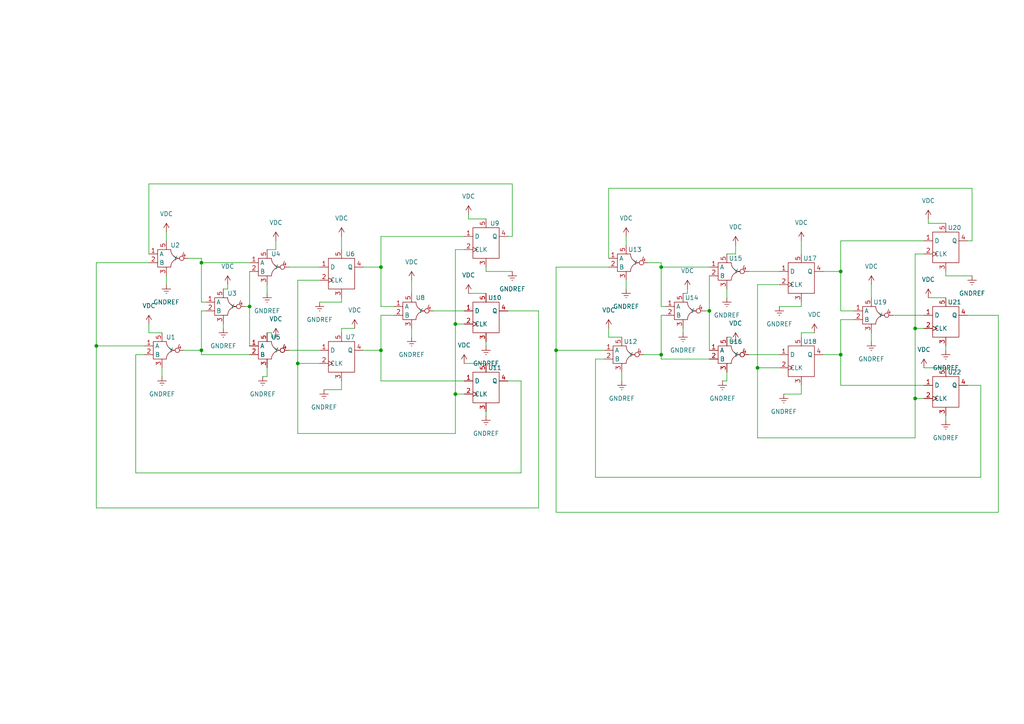
<source format=kicad_sch>
(kicad_sch (version 20211123) (generator eeschema)
  (paper "A4")
  (lib_symbols
    (symbol "cells:SN74LVC1G00DCKR"
      (property "Reference" "U" (at 7.62 2.54 0))
      (symbol "SN74LVC1G00DCKR_0_1"
        (polyline (pts (xy 6.35 1.27) (xy 2.54 1.27) (xy 2.54 -3.81) (xy 6.35 -3.81)))
        (arc (start 6.35 1.27) (mid 4.5539 -3.0661) (end 8.89 -1.27))
        (arc (start 8.89 -1.27) (mid 4.5539 0.5261) (end 6.35 -3.81))
      )
      (symbol "SN74LVC1G00DCKR_1_1"
        (pin input line (at 0 0 0) (length 2.54) (name "A") (number "1"))
        (pin input line (at 0 -2.54 0) (length 2.54) (name "B") (number "2"))
        (pin power_in line (at 5.08 -6.35 90) (length 2.54) (name "") (number "3"))
        (pin power_in inverted (at 11.43 -1.27 180) (length 2.54) (name "Y") (number "4"))
        (pin power_in line (at 5.08 3.81 270) (length 2.54) (name "") (number "5"))
      )
    )
    (symbol "cells:SN74LVC1G79DCKR"
      (property "Reference" "U" (at 8.89 3.81 0))
      (property "Value" "SN74LVC1G79DCKR" (at 17.78 -7.62 0))
      (symbol "SN74LVC1G79DCKR_0_1"
        (rectangle (start 2.54 2.54) (end 10.16 -6.35))
      )
      (symbol "SN74LVC1G79DCKR_1_1"
        (pin power_in line (at 0 0 0) (length 2.54) (name "D") (number "1"))
        (pin power_in clock (at 0 -3.81 0) (length 2.54) (name "CLK") (number "2"))
        (pin power_in line (at 6.35 -8.89 90) (length 2.54) (name "") (number "3"))
        (pin output line (at 12.7 0 180) (length 2.54) (name "Q") (number "4"))
        (pin output line (at 6.35 5.08 270) (length 2.54) (name "") (number "5"))
      )
    )
    (symbol "power:GNDREF" (power) (pin_names (offset 0))
      (property "Value" "GNDREF" (at 0 -3.81 0))
      (symbol "GNDREF_0_1"
        (polyline (pts (xy -0.635 -1.905) (xy 0.635 -1.905)))
        (polyline (pts (xy -0.127 -2.54) (xy 0.127 -2.54)))
        (polyline (pts (xy 0 -1.27) (xy 0 0)))
        (polyline (pts (xy 1.27 -1.27) (xy -1.27 -1.27)))
      )
      (symbol "GNDREF_1_1"
        (pin power_in line (at 0 0 270) (length 0) hide (name "GNDREF") (number "1"))
      )
    )
    (symbol "power:VDC" (power) (pin_names (offset 0))
      (property "Value" "VDC" (at 0 6.35 0))
      (symbol "VDC_0_1"
        (polyline (pts (xy -0.762 1.27) (xy 0 2.54)))
        (polyline (pts (xy 0 0) (xy 0 2.54)))
        (polyline (pts (xy 0 2.54) (xy 0.762 1.27)))
      )
      (symbol "VDC_1_1"
        (pin power_in line (at 0 0 90) (length 0) hide (name "VDC") (number "1"))
      )
    )
  )
  (junction (at 191.77 77.47))
  (junction (at 110.49 77.47))
  (junction (at 243.84 102.87))
  (junction (at 58.42 101.6))
  (junction (at 243.84 78.74))
  (junction (at 205.74 90.17))
  (junction (at 219.71 106.68))
  (junction (at 161.29 101.6))
  (junction (at 132.08 114.3))
  (junction (at 58.42 76.2))
  (junction (at 265.43 95.25))
  (junction (at 191.77 102.87))
  (junction (at 110.49 101.6))
  (junction (at 86.36 105.41))
  (junction (at 265.43 115.57))
  (junction (at 27.94 100.33))
  (junction (at 132.08 93.98))
  (junction (at 72.39 88.9))
  (wire (pts (xy 72.39 102.87) (xy 58.42 102.87)))
  (wire (pts (xy 243.84 92.71) (xy 243.84 102.87)))
  (wire (pts (xy 110.49 68.58) (xy 110.49 77.47)))
  (wire (pts (xy 172.72 138.43) (xy 284.48 138.43)))
  (wire (pts (xy 243.84 102.87) (xy 238.76 102.87)))
  (wire (pts (xy 274.32 64.77) (xy 269.24 64.77)))
  (wire (pts (xy 132.08 125.73) (xy 132.08 114.3)))
  (wire (pts (xy 236.22 96.52) (xy 232.41 96.52)))
  (wire (pts (xy 110.49 91.44) (xy 110.49 101.6)))
  (wire (pts (xy 267.97 73.66) (xy 265.43 73.66)))
  (wire (pts (xy 46.99 106.68) (xy 46.99 109.22)))
  (wire (pts (xy 105.41 77.47) (xy 110.49 77.47)))
  (wire (pts (xy 269.24 64.77) (xy 269.24 63.5)))
  (wire (pts (xy 43.18 73.66) (xy 43.18 53.34)))
  (wire (pts (xy 114.3 91.44) (xy 110.49 91.44)))
  (wire (pts (xy 219.71 127) (xy 265.43 127)))
  (wire (pts (xy 232.41 96.52) (xy 232.41 97.79)))
  (wire (pts (xy 80.01 97.79) (xy 78.74 97.79)))
  (wire (pts (xy 156.21 147.32) (xy 27.94 147.32)))
  (wire (pts (xy 191.77 77.47) (xy 205.74 77.47)))
  (wire (pts (xy 77.47 96.52) (xy 78.74 96.52)))
  (wire (pts (xy 83.82 101.6) (xy 92.71 101.6)))
  (wire (pts (xy 119.38 81.28) (xy 119.38 85.09)))
  (wire (pts (xy 289.56 148.59) (xy 161.29 148.59)))
  (wire (pts (xy 110.49 101.6) (xy 105.41 101.6)))
  (wire (pts (xy 59.69 90.17) (xy 58.42 90.17)))
  (wire (pts (xy 64.77 93.98) (xy 64.77 95.25)))
  (wire (pts (xy 99.06 113.03) (xy 99.06 110.49)))
  (wire (pts (xy 181.61 81.28) (xy 181.61 83.82)))
  (wire (pts (xy 274.32 80.01) (xy 281.94 80.01)))
  (wire (pts (xy 209.55 110.49) (xy 210.82 110.49)))
  (wire (pts (xy 265.43 127) (xy 265.43 115.57)))
  (wire (pts (xy 199.39 85.09) (xy 199.39 83.82)))
  (wire (pts (xy 86.36 105.41) (xy 86.36 125.73)))
  (wire (pts (xy 140.97 99.06) (xy 140.97 100.33)))
  (wire (pts (xy 243.84 78.74) (xy 243.84 90.17)))
  (wire (pts (xy 281.94 69.85) (xy 280.67 69.85)))
  (wire (pts (xy 148.59 68.58) (xy 147.32 68.58)))
  (wire (pts (xy 132.08 72.39) (xy 132.08 93.98)))
  (wire (pts (xy 48.26 80.01) (xy 48.26 82.55)))
  (wire (pts (xy 102.87 95.25) (xy 99.06 95.25)))
  (wire (pts (xy 99.06 95.25) (xy 99.06 96.52)))
  (wire (pts (xy 219.71 106.68) (xy 226.06 106.68)))
  (wire (pts (xy 187.96 76.2) (xy 191.77 76.2)))
  (wire (pts (xy 284.48 138.43) (xy 284.48 111.76)))
  (wire (pts (xy 191.77 76.2) (xy 191.77 77.47)))
  (wire (pts (xy 43.18 93.98) (xy 43.18 96.52)))
  (wire (pts (xy 58.42 76.2) (xy 72.39 76.2)))
  (wire (pts (xy 110.49 88.9) (xy 114.3 88.9)))
  (wire (pts (xy 176.53 54.61) (xy 281.94 54.61)))
  (wire (pts (xy 284.48 111.76) (xy 280.67 111.76)))
  (wire (pts (xy 267.97 106.68) (xy 274.32 106.68)))
  (wire (pts (xy 58.42 102.87) (xy 58.42 101.6)))
  (wire (pts (xy 58.42 101.6) (xy 53.34 101.6)))
  (wire (pts (xy 134.62 110.49) (xy 110.49 110.49)))
  (wire (pts (xy 72.39 78.74) (xy 72.39 88.9)))
  (wire (pts (xy 161.29 77.47) (xy 176.53 77.47)))
  (wire (pts (xy 161.29 101.6) (xy 161.29 77.47)))
  (wire (pts (xy 193.04 91.44) (xy 191.77 91.44)))
  (wire (pts (xy 92.71 87.63) (xy 99.06 87.63)))
  (wire (pts (xy 99.06 87.63) (xy 99.06 86.36)))
  (wire (pts (xy 281.94 54.61) (xy 281.94 69.85)))
  (wire (pts (xy 140.97 119.38) (xy 140.97 120.65)))
  (wire (pts (xy 99.06 68.58) (xy 99.06 72.39)))
  (wire (pts (xy 176.53 95.25) (xy 176.53 97.79)))
  (wire (pts (xy 191.77 88.9) (xy 193.04 88.9)))
  (wire (pts (xy 41.91 102.87) (xy 39.37 102.87)))
  (wire (pts (xy 210.82 110.49) (xy 210.82 107.95)))
  (wire (pts (xy 219.71 106.68) (xy 219.71 127)))
  (wire (pts (xy 243.84 111.76) (xy 243.84 102.87)))
  (wire (pts (xy 213.36 71.12) (xy 213.36 73.66)))
  (wire (pts (xy 132.08 114.3) (xy 134.62 114.3)))
  (wire (pts (xy 289.56 91.44) (xy 289.56 148.59)))
  (wire (pts (xy 64.77 83.82) (xy 66.04 83.82)))
  (wire (pts (xy 217.17 102.87) (xy 226.06 102.87)))
  (wire (pts (xy 134.62 72.39) (xy 132.08 72.39)))
  (wire (pts (xy 274.32 120.65) (xy 274.32 121.92)))
  (wire (pts (xy 54.61 74.93) (xy 58.42 74.93)))
  (wire (pts (xy 80.01 72.39) (xy 77.47 72.39)))
  (wire (pts (xy 180.34 107.95) (xy 180.34 110.49)))
  (wire (pts (xy 72.39 88.9) (xy 72.39 100.33)))
  (wire (pts (xy 217.17 78.74) (xy 226.06 78.74)))
  (wire (pts (xy 265.43 73.66) (xy 265.43 95.25)))
  (wire (pts (xy 27.94 147.32) (xy 27.94 100.33)))
  (wire (pts (xy 172.72 104.14) (xy 172.72 138.43)))
  (wire (pts (xy 93.98 113.03) (xy 99.06 113.03)))
  (wire (pts (xy 219.71 82.55) (xy 219.71 106.68)))
  (wire (pts (xy 135.89 85.09) (xy 140.97 85.09)))
  (wire (pts (xy 198.12 85.09) (xy 199.39 85.09)))
  (wire (pts (xy 198.12 95.25) (xy 198.12 96.52)))
  (wire (pts (xy 86.36 125.73) (xy 132.08 125.73)))
  (wire (pts (xy 161.29 101.6) (xy 175.26 101.6)))
  (wire (pts (xy 77.47 109.22) (xy 77.47 106.68)))
  (wire (pts (xy 205.74 80.01) (xy 205.74 90.17)))
  (wire (pts (xy 232.41 69.85) (xy 232.41 73.66)))
  (wire (pts (xy 265.43 115.57) (xy 267.97 115.57)))
  (wire (pts (xy 213.36 99.06) (xy 212.09 99.06)))
  (wire (pts (xy 280.67 91.44) (xy 289.56 91.44)))
  (wire (pts (xy 48.26 67.31) (xy 48.26 69.85)))
  (wire (pts (xy 265.43 95.25) (xy 265.43 115.57)))
  (wire (pts (xy 119.38 95.25) (xy 119.38 97.79)))
  (wire (pts (xy 232.41 114.3) (xy 232.41 111.76)))
  (wire (pts (xy 259.08 91.44) (xy 267.97 91.44)))
  (wire (pts (xy 175.26 104.14) (xy 172.72 104.14)))
  (wire (pts (xy 132.08 93.98) (xy 132.08 114.3)))
  (wire (pts (xy 161.29 148.59) (xy 161.29 101.6)))
  (wire (pts (xy 125.73 90.17) (xy 134.62 90.17)))
  (wire (pts (xy 140.97 78.74) (xy 148.59 78.74)))
  (wire (pts (xy 86.36 81.28) (xy 86.36 105.41)))
  (wire (pts (xy 27.94 100.33) (xy 27.94 76.2)))
  (wire (pts (xy 43.18 53.34) (xy 148.59 53.34)))
  (wire (pts (xy 58.42 87.63) (xy 59.69 87.63)))
  (wire (pts (xy 191.77 104.14) (xy 191.77 102.87)))
  (wire (pts (xy 66.04 83.82) (xy 66.04 82.55)))
  (wire (pts (xy 78.74 97.79) (xy 78.74 96.52)))
  (wire (pts (xy 148.59 53.34) (xy 148.59 68.58)))
  (wire (pts (xy 58.42 76.2) (xy 58.42 87.63)))
  (wire (pts (xy 134.62 93.98) (xy 132.08 93.98)))
  (wire (pts (xy 135.89 63.5) (xy 135.89 62.23)))
  (wire (pts (xy 267.97 69.85) (xy 243.84 69.85)))
  (wire (pts (xy 86.36 105.41) (xy 92.71 105.41)))
  (wire (pts (xy 140.97 77.47) (xy 140.97 78.74)))
  (wire (pts (xy 156.21 90.17) (xy 156.21 147.32)))
  (wire (pts (xy 227.33 114.3) (xy 232.41 114.3)))
  (wire (pts (xy 191.77 77.47) (xy 191.77 88.9)))
  (wire (pts (xy 176.53 74.93) (xy 176.53 54.61)))
  (wire (pts (xy 147.32 90.17) (xy 156.21 90.17)))
  (wire (pts (xy 151.13 110.49) (xy 147.32 110.49)))
  (wire (pts (xy 134.62 68.58) (xy 110.49 68.58)))
  (wire (pts (xy 210.82 83.82) (xy 210.82 86.36)))
  (wire (pts (xy 252.73 96.52) (xy 252.73 99.06)))
  (wire (pts (xy 226.06 82.55) (xy 219.71 82.55)))
  (wire (pts (xy 39.37 137.16) (xy 151.13 137.16)))
  (wire (pts (xy 110.49 77.47) (xy 110.49 88.9)))
  (wire (pts (xy 274.32 78.74) (xy 274.32 80.01)))
  (wire (pts (xy 238.76 78.74) (xy 243.84 78.74)))
  (wire (pts (xy 213.36 73.66) (xy 210.82 73.66)))
  (wire (pts (xy 58.42 90.17) (xy 58.42 101.6)))
  (wire (pts (xy 252.73 82.55) (xy 252.73 86.36)))
  (wire (pts (xy 77.47 82.55) (xy 77.47 85.09)))
  (wire (pts (xy 191.77 102.87) (xy 186.69 102.87)))
  (wire (pts (xy 27.94 76.2) (xy 43.18 76.2)))
  (wire (pts (xy 243.84 69.85) (xy 243.84 78.74)))
  (wire (pts (xy 267.97 95.25) (xy 265.43 95.25)))
  (wire (pts (xy 58.42 74.93) (xy 58.42 76.2)))
  (wire (pts (xy 191.77 91.44) (xy 191.77 102.87)))
  (wire (pts (xy 181.61 68.58) (xy 181.61 71.12)))
  (wire (pts (xy 212.09 99.06) (xy 212.09 97.79)))
  (wire (pts (xy 269.24 86.36) (xy 274.32 86.36)))
  (wire (pts (xy 274.32 100.33) (xy 274.32 101.6)))
  (wire (pts (xy 27.94 100.33) (xy 41.91 100.33)))
  (wire (pts (xy 76.2 109.22) (xy 77.47 109.22)))
  (wire (pts (xy 110.49 110.49) (xy 110.49 101.6)))
  (wire (pts (xy 39.37 102.87) (xy 39.37 137.16)))
  (wire (pts (xy 210.82 97.79) (xy 212.09 97.79)))
  (wire (pts (xy 71.12 88.9) (xy 72.39 88.9)))
  (wire (pts (xy 204.47 90.17) (xy 205.74 90.17)))
  (wire (pts (xy 267.97 111.76) (xy 243.84 111.76)))
  (wire (pts (xy 140.97 63.5) (xy 135.89 63.5)))
  (wire (pts (xy 43.18 96.52) (xy 46.99 96.52)))
  (wire (pts (xy 80.01 69.85) (xy 80.01 72.39)))
  (wire (pts (xy 232.41 88.9) (xy 232.41 87.63)))
  (wire (pts (xy 92.71 81.28) (xy 86.36 81.28)))
  (wire (pts (xy 226.06 88.9) (xy 232.41 88.9)))
  (wire (pts (xy 134.62 105.41) (xy 140.97 105.41)))
  (wire (pts (xy 205.74 104.14) (xy 191.77 104.14)))
  (wire (pts (xy 243.84 90.17) (xy 247.65 90.17)))
  (wire (pts (xy 151.13 137.16) (xy 151.13 110.49)))
  (wire (pts (xy 83.82 77.47) (xy 92.71 77.47)))
  (wire (pts (xy 176.53 97.79) (xy 180.34 97.79)))
  (wire (pts (xy 205.74 90.17) (xy 205.74 101.6)))
  (wire (pts (xy 247.65 92.71) (xy 243.84 92.71)))
  (symbol (lib_id "power:VDC") (at 176.53 95.25 0) (unit 1)
    (property "Reference" "#PWR0139" (effects hide))
    (property "Value" "VDC" (at 176.53 89.9668 0))
  )
  (symbol (lib_id "power:GNDREF") (at 180.34 110.49 0) (unit 1)
    (property "Reference" "#PWR0144" (effects hide))
    (property "Value" "GNDREF" (at 180.34 115.57 0))
  )
  (symbol (lib_id "power:GNDREF") (at 181.61 83.82 0) (unit 1)
    (property "Reference" "#PWR0140" (effects hide))
    (property "Value" "GNDREF" (at 181.61 88.9 0))
  )
  (symbol (lib_id "power:GNDREF") (at 209.55 110.49 0) (unit 1)
    (property "Reference" "#PWR0141" (effects hide))
    (property "Value" "GNDREF" (at 209.55 115.57 0))
  )
  (symbol (lib_id "cells:SN74LVC1G79DCKR") (at 92.71 77.47 0) (unit 1)
    (property "Reference" "U6" (at 101.6 73.66 0))
    (property "Value" "SN74LVC1G79DCKR" (effects hide))
    (property "Footprint" "cells:SN74LVC1G00DCKR" (effects hide))
  )
  (symbol (lib_id "power:VDC") (at 66.04 82.55 0) (unit 1)
    (property "Reference" "#PWR0108" (effects hide))
    (property "Value" "VDC" (at 66.04 77.2668 0))
  )
  (symbol (lib_id "power:VDC") (at 269.24 86.36 0) (unit 1)
    (property "Reference" "#PWR0125" (effects hide))
    (property "Value" "VDC" (at 269.24 81.0768 0))
  )
  (symbol (lib_id "power:VDC") (at 135.89 62.23 0) (unit 1)
    (property "Reference" "#PWR0117" (effects hide))
    (property "Value" "VDC" (at 135.89 56.9468 0))
  )
  (symbol (lib_id "power:GNDREF") (at 77.47 85.09 0) (unit 1)
    (property "Reference" "#PWR0110" (effects hide))
    (property "Value" "GNDREF" (at 77.47 90.17 0))
  )
  (symbol (lib_id "cells:SN74LVC1G79DCKR") (at 267.97 111.76 0) (unit 1)
    (property "Reference" "U22" (at 276.86 107.95 0))
    (property "Value" "SN74LVC1G79DCKR" (effects hide))
    (property "Footprint" "cells:SN74LVC1G00DCKR" (effects hide))
  )
  (symbol (lib_id "power:GNDREF") (at 46.99 109.22 0) (unit 1)
    (property "Reference" "#PWR0109" (effects hide))
    (property "Value" "GNDREF" (at 46.99 114.3 0))
  )
  (symbol (lib_id "power:VDC") (at 213.36 99.06 0) (unit 1)
    (property "Reference" "#PWR0137" (effects hide))
    (property "Value" "VDC" (at 213.36 93.7768 0))
  )
  (symbol (lib_id "power:VDC") (at 236.22 96.52 0) (unit 1)
    (property "Reference" "#PWR0128" (effects hide))
    (property "Value" "VDC" (at 236.22 91.2368 0))
  )
  (symbol (lib_id "power:VDC") (at 213.36 71.12 0) (unit 1)
    (property "Reference" "#PWR0131" (effects hide))
    (property "Value" "VDC" (at 213.36 65.8368 0))
  )
  (symbol (lib_id "cells:SN74LVC1G79DCKR") (at 134.62 110.49 0) (unit 1)
    (property "Reference" "U11" (at 143.51 106.68 0))
    (property "Value" "SN74LVC1G79DCKR" (effects hide))
    (property "Footprint" "cells:SN74LVC1G00DCKR" (effects hide))
  )
  (symbol (lib_id "cells:SN74LVC1G00DCKR") (at 72.39 76.2 0) (unit 1)
    (property "Reference" "U4" (at 80.01 73.66 0))
    (property "Value" "SN74LVC1G00DCKR" (effects hide))
    (property "Footprint" "cells:SN74LVC1G00DCKR" (effects hide))
  )
  (symbol (lib_id "power:GNDREF") (at 252.73 99.06 0) (unit 1)
    (property "Reference" "#PWR0127" (effects hide))
    (property "Value" "GNDREF" (at 252.73 104.14 0))
  )
  (symbol (lib_id "power:GNDREF") (at 226.06 88.9 0) (unit 1)
    (property "Reference" "#PWR0129" (effects hide))
    (property "Value" "GNDREF" (at 226.06 93.98 0))
  )
  (symbol (lib_id "power:GNDREF") (at 198.12 96.52 0) (unit 1)
    (property "Reference" "#PWR0132" (effects hide))
    (property "Value" "GNDREF" (at 198.12 101.6 0))
  )
  (symbol (lib_id "cells:SN74LVC1G00DCKR") (at 205.74 101.6 0) (unit 1)
    (property "Reference" "U16" (at 213.36 99.06 0))
    (property "Value" "SN74LVC1G00DCKR" (effects hide))
    (property "Footprint" "cells:SN74LVC1G00DCKR" (effects hide))
  )
  (symbol (lib_id "cells:SN74LVC1G00DCKR") (at 193.04 88.9 0) (unit 1)
    (property "Reference" "U14" (at 200.66 86.36 0))
    (property "Value" "SN74LVC1G00DCKR" (effects hide))
    (property "Footprint" "cells:SN74LVC1G00DCKR" (effects hide))
  )
  (symbol (lib_id "cells:SN74LVC1G79DCKR") (at 267.97 91.44 0) (unit 1)
    (property "Reference" "U21" (at 276.86 87.63 0))
    (property "Value" "SN74LVC1G79DCKR" (effects hide))
    (property "Footprint" "cells:SN74LVC1G00DCKR" (effects hide))
  )
  (symbol (lib_id "power:VDC") (at 267.97 106.68 0) (unit 1)
    (property "Reference" "#PWR0123" (effects hide))
    (property "Value" "VDC" (at 267.97 101.3968 0))
  )
  (symbol (lib_id "power:GNDREF") (at 140.97 100.33 0) (unit 1)
    (property "Reference" "#PWR0122" (effects hide))
    (property "Value" "GNDREF" (at 140.97 105.41 0))
  )
  (symbol (lib_id "power:VDC") (at 134.62 105.41 0) (unit 1)
    (property "Reference" "#PWR0120" (effects hide))
    (property "Value" "VDC" (at 134.62 100.1268 0))
  )
  (symbol (lib_id "cells:SN74LVC1G00DCKR") (at 43.18 73.66 0) (unit 1)
    (property "Reference" "U2" (at 50.8 71.12 0))
    (property "Value" "SN74LVC1G00DCKR" (effects hide))
    (property "Footprint" "cells:SN74LVC1G00DCKR" (effects hide))
  )
  (symbol (lib_id "power:GNDREF") (at 48.26 82.55 0) (unit 1)
    (property "Reference" "#PWR0107" (effects hide))
    (property "Value" "GNDREF" (at 48.26 87.63 0))
  )
  (symbol (lib_id "cells:SN74LVC1G00DCKR") (at 247.65 90.17 0) (unit 1)
    (property "Reference" "U19" (at 255.27 87.63 0))
    (property "Value" "SN74LVC1G00DCKR" (effects hide))
    (property "Footprint" "cells:SN74LVC1G00DCKR" (effects hide))
  )
  (symbol (lib_id "power:GNDREF") (at 76.2 109.22 0) (unit 1)
    (property "Reference" "#PWR0112" (effects hide))
    (property "Value" "GNDREF" (at 76.2 114.3 0))
  )
  (symbol (lib_id "power:GNDREF") (at 93.98 113.03 0) (unit 1)
    (property "Reference" "#PWR0113" (effects hide))
    (property "Value" "GNDREF" (at 93.98 118.11 0))
  )
  (symbol (lib_id "power:GNDREF") (at 274.32 101.6 0) (unit 1)
    (property "Reference" "#PWR0124" (effects hide))
    (property "Value" "GNDREF" (at 274.32 106.68 0))
  )
  (symbol (lib_id "power:GNDREF") (at 210.82 86.36 0) (unit 1)
    (property "Reference" "#PWR0136" (effects hide))
    (property "Value" "GNDREF" (at 210.82 91.44 0))
  )
  (symbol (lib_id "cells:SN74LVC1G00DCKR") (at 72.39 100.33 0) (unit 1)
    (property "Reference" "U5" (at 80.01 97.79 0))
    (property "Value" "SN74LVC1G00DCKR" (effects hide))
    (property "Footprint" "cells:SN74LVC1G00DCKR" (effects hide))
  )
  (symbol (lib_id "power:VDC") (at 269.24 63.5 0) (unit 1)
    (property "Reference" "#PWR0134" (effects hide))
    (property "Value" "VDC" (at 269.24 58.2168 0))
  )
  (symbol (lib_id "power:GNDREF") (at 227.33 114.3 0) (unit 1)
    (property "Reference" "#PWR0142" (effects hide))
    (property "Value" "GNDREF" (at 227.33 119.38 0))
  )
  (symbol (lib_id "cells:SN74LVC1G79DCKR") (at 226.06 78.74 0) (unit 1)
    (property "Reference" "U17" (at 234.95 74.93 0))
    (property "Value" "SN74LVC1G79DCKR" (effects hide))
    (property "Footprint" "cells:SN74LVC1G00DCKR" (effects hide))
  )
  (symbol (lib_id "power:VDC") (at 43.18 93.98 0) (unit 1)
    (property "Reference" "#PWR0106" (effects hide))
    (property "Value" "VDC" (at 43.18 88.6968 0))
  )
  (symbol (lib_id "cells:SN74LVC1G79DCKR") (at 134.62 90.17 0) (unit 1)
    (property "Reference" "U10" (at 143.51 86.36 0))
    (property "Value" "SN74LVC1G79DCKR" (effects hide))
    (property "Footprint" "cells:SN74LVC1G00DCKR" (effects hide))
  )
  (symbol (lib_id "power:VDC") (at 252.73 82.55 0) (unit 1)
    (property "Reference" "#PWR0126" (effects hide))
    (property "Value" "VDC" (at 252.73 77.2668 0))
  )
  (symbol (lib_id "cells:SN74LVC1G00DCKR") (at 59.69 87.63 0) (unit 1)
    (property "Reference" "U3" (at 67.31 85.09 0))
    (property "Value" "SN74LVC1G00DCKR" (effects hide))
    (property "Footprint" "cells:SN74LVC1G00DCKR" (effects hide))
  )
  (symbol (lib_id "power:GNDREF") (at 281.94 80.01 0) (unit 1)
    (property "Reference" "#PWR0133" (effects hide))
    (property "Value" "GNDREF" (at 281.94 85.09 0))
  )
  (symbol (lib_id "power:VDC") (at 80.01 69.85 0) (unit 1)
    (property "Reference" "#PWR0115" (effects hide))
    (property "Value" "VDC" (at 80.01 64.5668 0))
  )
  (symbol (lib_id "cells:SN74LVC1G00DCKR") (at 41.91 100.33 0) (unit 1)
    (property "Reference" "U1" (at 49.53 97.79 0))
    (property "Value" "SN74LVC1G00DCKR" (effects hide))
    (property "Footprint" "cells:SN74LVC1G00DCKR" (effects hide))
  )
  (symbol (lib_id "power:VDC") (at 181.61 68.58 0) (unit 1)
    (property "Reference" "#PWR0138" (effects hide))
    (property "Value" "VDC" (at 181.61 63.2968 0))
  )
  (symbol (lib_id "power:VDC") (at 135.89 85.09 0) (unit 1)
    (property "Reference" "#PWR0103" (effects hide))
    (property "Value" "VDC" (at 135.89 79.8068 0))
  )
  (symbol (lib_id "power:GNDREF") (at 274.32 121.92 0) (unit 1)
    (property "Reference" "#PWR0143" (effects hide))
    (property "Value" "GNDREF" (at 274.32 127 0))
  )
  (symbol (lib_id "cells:SN74LVC1G00DCKR") (at 175.26 101.6 0) (unit 1)
    (property "Reference" "U12" (at 182.88 99.06 0))
    (property "Value" "SN74LVC1G00DCKR" (effects hide))
    (property "Footprint" "cells:SN74LVC1G00DCKR" (effects hide))
  )
  (symbol (lib_id "power:VDC") (at 99.06 68.58 0) (unit 1)
    (property "Reference" "#PWR0118" (effects hide))
    (property "Value" "VDC" (at 99.06 63.2968 0))
  )
  (symbol (lib_id "cells:SN74LVC1G00DCKR") (at 205.74 77.47 0) (unit 1)
    (property "Reference" "U15" (at 213.36 74.93 0))
    (property "Value" "SN74LVC1G00DCKR" (effects hide))
    (property "Footprint" "cells:SN74LVC1G00DCKR" (effects hide))
  )
  (symbol (lib_id "power:GNDREF") (at 92.71 87.63 0) (unit 1)
    (property "Reference" "#PWR0114" (effects hide))
    (property "Value" "GNDREF" (at 92.71 92.71 0))
  )
  (symbol (lib_id "cells:SN74LVC1G00DCKR") (at 176.53 74.93 0) (unit 1)
    (property "Reference" "U13" (at 184.15 72.39 0))
    (property "Value" "SN74LVC1G00DCKR" (effects hide))
    (property "Footprint" "cells:SN74LVC1G00DCKR" (effects hide))
  )
  (symbol (lib_id "power:VDC") (at 119.38 81.28 0) (unit 1)
    (property "Reference" "#PWR0104" (effects hide))
    (property "Value" "VDC" (at 119.38 75.9968 0))
  )
  (symbol (lib_id "power:VDC") (at 48.26 67.31 0) (unit 1)
    (property "Reference" "#PWR0116" (effects hide))
    (property "Value" "VDC" (at 48.26 62.0268 0))
  )
  (symbol (lib_id "power:GNDREF") (at 64.77 95.25 0) (unit 1)
    (property "Reference" "#PWR0105" (effects hide))
    (property "Value" "GNDREF" (at 64.77 100.33 0))
  )
  (symbol (lib_id "power:GNDREF") (at 140.97 120.65 0) (unit 1)
    (property "Reference" "#PWR0121" (effects hide))
    (property "Value" "GNDREF" (at 140.97 125.73 0))
  )
  (symbol (lib_id "cells:SN74LVC1G79DCKR") (at 226.06 102.87 0) (unit 1)
    (property "Reference" "U18" (at 234.95 99.06 0))
    (property "Value" "SN74LVC1G79DCKR" (effects hide))
    (property "Footprint" "cells:SN74LVC1G00DCKR" (effects hide))
  )
  (symbol (lib_id "cells:SN74LVC1G79DCKR") (at 267.97 69.85 0) (unit 1)
    (property "Reference" "U20" (at 276.86 66.04 0))
    (property "Value" "SN74LVC1G79DCKR" (effects hide))
    (property "Footprint" "cells:SN74LVC1G00DCKR" (effects hide))
  )
  (symbol (lib_id "power:VDC") (at 199.39 83.82 0) (unit 1)
    (property "Reference" "#PWR0130" (effects hide))
    (property "Value" "VDC" (at 199.39 78.5368 0))
  )
  (symbol (lib_id "cells:SN74LVC1G79DCKR") (at 134.62 68.58 0) (unit 1)
    (property "Reference" "U9" (at 143.51 64.77 0))
    (property "Value" "SN74LVC1G79DCKR" (effects hide))
    (property "Footprint" "cells:SN74LVC1G00DCKR" (effects hide))
  )
  (symbol (lib_id "cells:SN74LVC1G00DCKR") (at 114.3 88.9 0) (unit 1)
    (property "Reference" "U8" (at 121.92 86.36 0))
    (property "Value" "SN74LVC1G00DCKR" (effects hide))
    (property "Footprint" "cells:SN74LVC1G00DCKR" (effects hide))
  )
  (symbol (lib_id "power:GNDREF") (at 119.38 97.79 0) (unit 1)
    (property "Reference" "#PWR0101" (effects hide))
    (property "Value" "GNDREF" (at 119.38 102.87 0))
  )
  (symbol (lib_id "power:GNDREF") (at 148.59 78.74 0) (unit 1)
    (property "Reference" "#PWR0102" (effects hide))
    (property "Value" "GNDREF" (at 148.59 83.82 0))
  )
  (symbol (lib_id "power:VDC") (at 102.87 95.25 0) (unit 1)
    (property "Reference" "#PWR0119" (effects hide))
    (property "Value" "VDC" (at 102.87 89.9668 0))
  )
  (symbol (lib_id "power:VDC") (at 232.41 69.85 0) (unit 1)
    (property "Reference" "#PWR0135" (effects hide))
    (property "Value" "VDC" (at 232.41 64.5668 0))
  )
  (symbol (lib_id "power:VDC") (at 80.01 97.79 0) (unit 1)
    (property "Reference" "#PWR0111" (effects hide))
    (property "Value" "VDC" (at 80.01 92.5068 0))
  )
  (symbol (lib_id "cells:SN74LVC1G79DCKR") (at 92.71 101.6 0) (unit 1)
    (property "Reference" "U7" (at 101.6 97.79 0))
    (property "Value" "SN74LVC1G79DCKR" (effects hide))
    (property "Footprint" "cells:SN74LVC1G00DCKR" (effects hide))
  )
)
</source>
